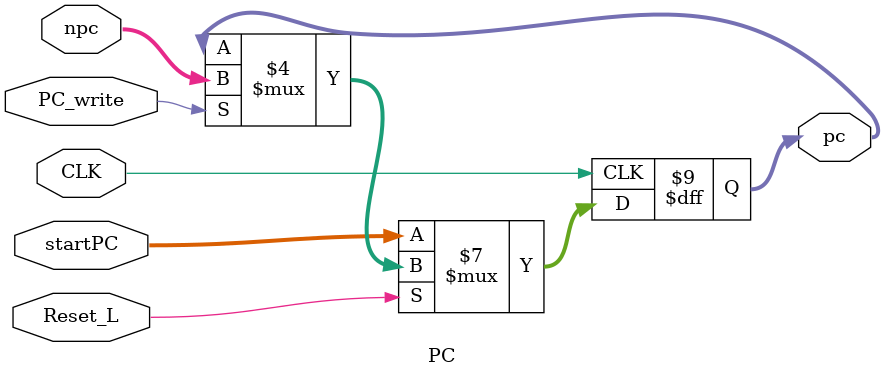
<source format=v>
`define _pc_v_

module PC(CLK, Reset_L, startPC, PC_write, pc, npc);

  input wire CLK, Reset_L, PC_write;   // Sensitive to negedge CLK. Reset_L is active low and synchronous. 
  input wire [31:0] npc, startPC;
  output reg [31:0] pc;
  
  always @(negedge CLK) begin
    if (~Reset_L)        // Reset, active low
      pc <= startPC;
    else if (PC_write)   // Write, active high
      pc <= npc;
    else
      pc <= pc;  
  end

endmodule
</source>
